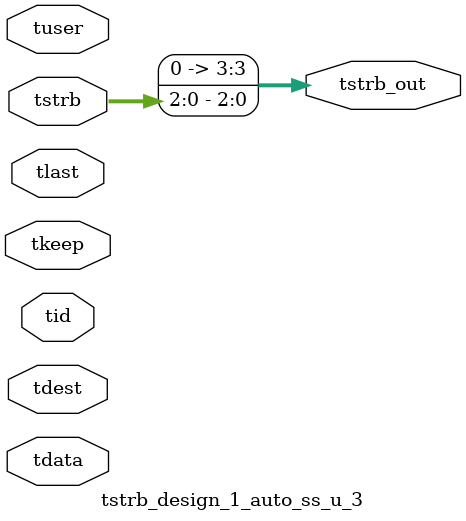
<source format=v>


`timescale 1ps/1ps

module tstrb_design_1_auto_ss_u_3 #
(
parameter C_S_AXIS_TDATA_WIDTH = 32,
parameter C_S_AXIS_TUSER_WIDTH = 0,
parameter C_S_AXIS_TID_WIDTH   = 0,
parameter C_S_AXIS_TDEST_WIDTH = 0,
parameter C_M_AXIS_TDATA_WIDTH = 32
)
(
input  [(C_S_AXIS_TDATA_WIDTH == 0 ? 1 : C_S_AXIS_TDATA_WIDTH)-1:0     ] tdata,
input  [(C_S_AXIS_TUSER_WIDTH == 0 ? 1 : C_S_AXIS_TUSER_WIDTH)-1:0     ] tuser,
input  [(C_S_AXIS_TID_WIDTH   == 0 ? 1 : C_S_AXIS_TID_WIDTH)-1:0       ] tid,
input  [(C_S_AXIS_TDEST_WIDTH == 0 ? 1 : C_S_AXIS_TDEST_WIDTH)-1:0     ] tdest,
input  [(C_S_AXIS_TDATA_WIDTH/8)-1:0 ] tkeep,
input  [(C_S_AXIS_TDATA_WIDTH/8)-1:0 ] tstrb,
input                                                                    tlast,
output [(C_M_AXIS_TDATA_WIDTH/8)-1:0 ] tstrb_out
);

assign tstrb_out = {tstrb[2:0]};

endmodule


</source>
